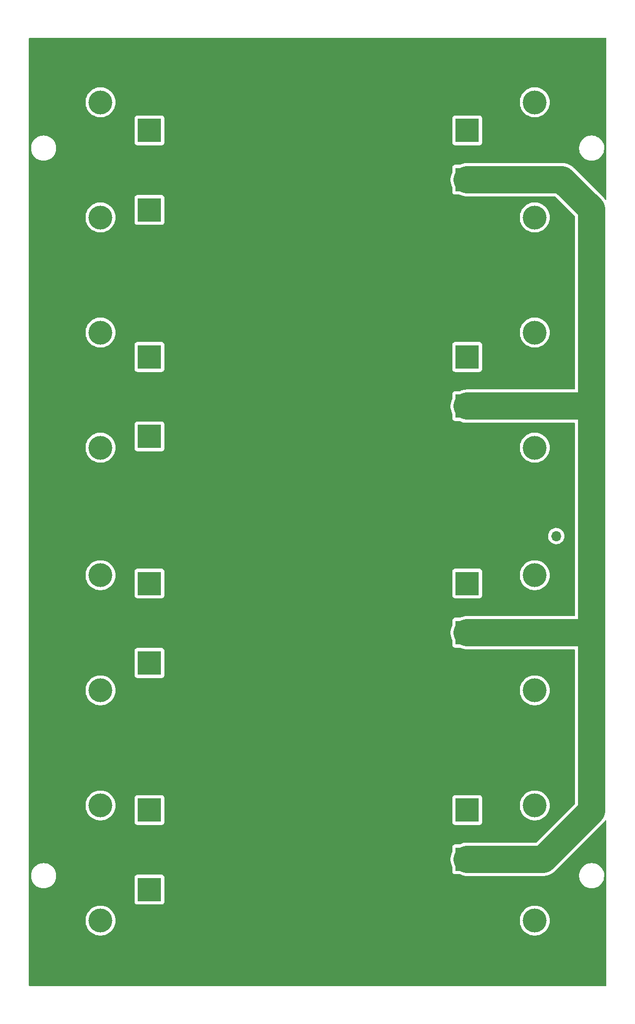
<source format=gbr>
%TF.GenerationSoftware,KiCad,Pcbnew,(6.0.1)*%
%TF.CreationDate,2022-02-05T20:25:37-05:00*%
%TF.ProjectId,battery-board,62617474-6572-4792-9d62-6f6172642e6b,rev?*%
%TF.SameCoordinates,Original*%
%TF.FileFunction,Copper,L2,Bot*%
%TF.FilePolarity,Positive*%
%FSLAX46Y46*%
G04 Gerber Fmt 4.6, Leading zero omitted, Abs format (unit mm)*
G04 Created by KiCad (PCBNEW (6.0.1)) date 2022-02-05 20:25:37*
%MOMM*%
%LPD*%
G01*
G04 APERTURE LIST*
%TA.AperFunction,ComponentPad*%
%ADD10R,4.000000X4.000000*%
%TD*%
%TA.AperFunction,ComponentPad*%
%ADD11R,1.700000X1.700000*%
%TD*%
%TA.AperFunction,ComponentPad*%
%ADD12O,1.700000X1.700000*%
%TD*%
%TA.AperFunction,ComponentPad*%
%ADD13R,3.800000X3.800000*%
%TD*%
%TA.AperFunction,ComponentPad*%
%ADD14C,3.800000*%
%TD*%
%TA.AperFunction,ComponentPad*%
%ADD15C,4.000000*%
%TD*%
%TA.AperFunction,Conductor*%
%ADD16C,4.572000*%
%TD*%
G04 APERTURE END LIST*
D10*
%TO.P,MOD3,1,B+*%
%TO.N,Net-(BH2-Pad8)*%
X20779999Y-16032500D03*
%TO.P,MOD3,2,BM*%
%TO.N,Net-(BH2-Pad1)*%
X74119999Y-16032500D03*
%TO.P,MOD3,3,B-*%
%TO.N,Net-(BH2-Pad2)*%
X20779999Y-29366500D03*
%TO.P,MOD3,4,P-*%
%TO.N,-BATT*%
X74119999Y-29367500D03*
%TO.P,MOD3,5,P+*%
%TO.N,+BATT*%
X74119999Y-24287500D03*
%TD*%
%TO.P,MOD2,1,B+*%
%TO.N,Net-(BH1-Pad6)*%
X20780000Y-129982500D03*
%TO.P,MOD2,2,BM*%
%TO.N,Net-(BH1-Pad3)*%
X74120000Y-129982500D03*
%TO.P,MOD2,3,B-*%
%TO.N,Net-(BH1-Pad4)*%
X20780000Y-143316500D03*
%TO.P,MOD2,4,P-*%
%TO.N,-BATT*%
X74120000Y-143317500D03*
%TO.P,MOD2,5,P+*%
%TO.N,+BATT*%
X74120000Y-138237500D03*
%TD*%
%TO.P,MOD1,1,B+*%
%TO.N,Net-(BH1-Pad8)*%
X20780000Y-91999166D03*
%TO.P,MOD1,2,BM*%
%TO.N,Net-(BH1-Pad1)*%
X74120000Y-91999166D03*
%TO.P,MOD1,3,B-*%
%TO.N,Net-(BH1-Pad2)*%
X20780000Y-105333166D03*
%TO.P,MOD1,4,P-*%
%TO.N,-BATT*%
X74120000Y-105334166D03*
%TO.P,MOD1,5,P+*%
%TO.N,+BATT*%
X74120000Y-100254166D03*
%TD*%
%TO.P,MOD4,1,B+*%
%TO.N,Net-(BH2-Pad6)*%
X20780000Y-54015833D03*
%TO.P,MOD4,2,BM*%
%TO.N,Net-(BH2-Pad3)*%
X74120000Y-54015833D03*
%TO.P,MOD4,3,B-*%
%TO.N,Net-(BH2-Pad4)*%
X20780000Y-67349833D03*
%TO.P,MOD4,4,P-*%
%TO.N,-BATT*%
X74120000Y-67350833D03*
%TO.P,MOD4,5,P+*%
%TO.N,+BATT*%
X74120000Y-62270833D03*
%TD*%
D11*
%TO.P,J2,1,Pin_1*%
%TO.N,-BATT*%
X89050000Y-81500000D03*
D12*
%TO.P,J2,2,Pin_2*%
%TO.N,Net-(BH2-Pad4)*%
X89050000Y-84040000D03*
%TD*%
D13*
%TO.P,J1,1,Pin_1*%
%TO.N,-BATT*%
X90000000Y-77000000D03*
D14*
%TO.P,J1,2,Pin_2*%
%TO.N,+BATT*%
X95000000Y-77000000D03*
%TD*%
D15*
%TO.P,BH2,8,POS1*%
%TO.N,Net-(BH2-Pad8)*%
X12551000Y-11314000D03*
%TO.P,BH2,7,POS2*%
%TO.N,Net-(BH2-Pad1)*%
X12551000Y-30618000D03*
%TO.P,BH2,6,POS3*%
%TO.N,Net-(BH2-Pad6)*%
X12551000Y-49922000D03*
%TO.P,BH2,5,POS4*%
%TO.N,Net-(BH2-Pad3)*%
X12551000Y-69226000D03*
%TO.P,BH2,4,GND4*%
%TO.N,Net-(BH2-Pad4)*%
X85449000Y-69226000D03*
%TO.P,BH2,3,GND3*%
%TO.N,Net-(BH2-Pad3)*%
X85449000Y-49922000D03*
%TO.P,BH2,2,GND2*%
%TO.N,Net-(BH2-Pad2)*%
X85449000Y-30618000D03*
%TO.P,BH2,1,GND1*%
%TO.N,Net-(BH2-Pad1)*%
X85449000Y-11314000D03*
%TD*%
%TO.P,BH1,1,GND1*%
%TO.N,Net-(BH1-Pad1)*%
X85449000Y-90624000D03*
%TO.P,BH1,2,GND2*%
%TO.N,Net-(BH1-Pad2)*%
X85449000Y-109928000D03*
%TO.P,BH1,3,GND3*%
%TO.N,Net-(BH1-Pad3)*%
X85449000Y-129232000D03*
%TO.P,BH1,4,GND4*%
%TO.N,Net-(BH1-Pad4)*%
X85449000Y-148536000D03*
%TO.P,BH1,5,POS4*%
%TO.N,Net-(BH1-Pad3)*%
X12551000Y-148536000D03*
%TO.P,BH1,6,POS3*%
%TO.N,Net-(BH1-Pad6)*%
X12551000Y-129232000D03*
%TO.P,BH1,7,POS2*%
%TO.N,Net-(BH1-Pad1)*%
X12551000Y-109928000D03*
%TO.P,BH1,8,POS1*%
%TO.N,Net-(BH1-Pad8)*%
X12551000Y-90624000D03*
%TD*%
D16*
%TO.N,+BATT*%
X74120000Y-100254166D02*
X94704166Y-100254166D01*
X86862500Y-138237500D02*
X95000000Y-130100000D01*
X95000000Y-130100000D02*
X95000000Y-100550000D01*
X90037500Y-24287500D02*
X95000000Y-29250000D01*
X94829167Y-62270833D02*
X95000000Y-62100000D01*
X74120000Y-138237500D02*
X86862500Y-138237500D01*
X95000000Y-29250000D02*
X95000000Y-62100000D01*
X95000000Y-62100000D02*
X95000000Y-77000000D01*
X95000000Y-100550000D02*
X95000000Y-77000000D01*
X74120000Y-24287500D02*
X90037500Y-24287500D01*
X74120000Y-62270833D02*
X94829167Y-62270833D01*
%TD*%
%TA.AperFunction,Conductor*%
%TO.N,-BATT*%
G36*
X97434121Y-528002D02*
G01*
X97480614Y-581658D01*
X97492000Y-634000D01*
X97492000Y-27536972D01*
X97471998Y-27605093D01*
X97418342Y-27651586D01*
X97348068Y-27661690D01*
X97283488Y-27632196D01*
X97265173Y-27612536D01*
X97251570Y-27594385D01*
X97250268Y-27592616D01*
X97171408Y-27483476D01*
X97169393Y-27480687D01*
X97155461Y-27465267D01*
X97148136Y-27456374D01*
X97140387Y-27446035D01*
X97138184Y-27443095D01*
X97083574Y-27385648D01*
X97081407Y-27383310D01*
X97076088Y-27377423D01*
X97044644Y-27342624D01*
X97005869Y-27303849D01*
X97003643Y-27301566D01*
X96915312Y-27208647D01*
X96915311Y-27208646D01*
X96912768Y-27205971D01*
X96888824Y-27186057D01*
X96880298Y-27178278D01*
X92093189Y-22391169D01*
X92086687Y-22384155D01*
X92053631Y-22345656D01*
X92051232Y-22342862D01*
X91972581Y-22270412D01*
X91968853Y-22266833D01*
X91954112Y-22252092D01*
X91952746Y-22250877D01*
X91952730Y-22250862D01*
X91913758Y-22216200D01*
X91912128Y-22214725D01*
X91813303Y-22123692D01*
X91810597Y-22121199D01*
X91795873Y-22110521D01*
X91786110Y-22102671D01*
X91775276Y-22093035D01*
X91775273Y-22093033D01*
X91772520Y-22090584D01*
X91659331Y-22011475D01*
X91657547Y-22010205D01*
X91545744Y-21929124D01*
X91542540Y-21927330D01*
X91542528Y-21927322D01*
X91529874Y-21920236D01*
X91519258Y-21913577D01*
X91507380Y-21905275D01*
X91507378Y-21905274D01*
X91504355Y-21903161D01*
X91382734Y-21837812D01*
X91380819Y-21836762D01*
X91260290Y-21769263D01*
X91256893Y-21767853D01*
X91256888Y-21767850D01*
X91243487Y-21762286D01*
X91232180Y-21756917D01*
X91216154Y-21748306D01*
X91087669Y-21697565D01*
X91085743Y-21696785D01*
X90958135Y-21643797D01*
X90954599Y-21642793D01*
X90954596Y-21642792D01*
X90940645Y-21638831D01*
X90928780Y-21634815D01*
X90915282Y-21629485D01*
X90915283Y-21629485D01*
X90911856Y-21628132D01*
X90836784Y-21608227D01*
X90778423Y-21592752D01*
X90776303Y-21592171D01*
X90646936Y-21555442D01*
X90646928Y-21555440D01*
X90643405Y-21554440D01*
X90639780Y-21553856D01*
X90639766Y-21553853D01*
X90625444Y-21551546D01*
X90613191Y-21548942D01*
X90599182Y-21545228D01*
X90599181Y-21545228D01*
X90595614Y-21544282D01*
X90591965Y-21543759D01*
X90591958Y-21543758D01*
X90458968Y-21524713D01*
X90456793Y-21524383D01*
X90323786Y-21502959D01*
X90323776Y-21502958D01*
X90320399Y-21502414D01*
X90316980Y-21502241D01*
X90316972Y-21502240D01*
X90301492Y-21501456D01*
X90299647Y-21501363D01*
X90288162Y-21500251D01*
X90283070Y-21499522D01*
X90275404Y-21498424D01*
X90275399Y-21498424D01*
X90271750Y-21497901D01*
X90232717Y-21496913D01*
X90192517Y-21495895D01*
X90189332Y-21495774D01*
X90136153Y-21493080D01*
X90136132Y-21493079D01*
X90134563Y-21493000D01*
X90079742Y-21493000D01*
X90076554Y-21492960D01*
X89948373Y-21489715D01*
X89948367Y-21489715D01*
X89944684Y-21489622D01*
X89941007Y-21489960D01*
X89941003Y-21489960D01*
X89913679Y-21492471D01*
X89902150Y-21493000D01*
X74035998Y-21493000D01*
X73793390Y-21507201D01*
X73789764Y-21507844D01*
X73789761Y-21507844D01*
X73578825Y-21545228D01*
X73471241Y-21564295D01*
X73376689Y-21592752D01*
X73161481Y-21657522D01*
X73161478Y-21657523D01*
X73157953Y-21658584D01*
X73154573Y-21660050D01*
X73154568Y-21660052D01*
X72962248Y-21743476D01*
X72931280Y-21756909D01*
X72904344Y-21768593D01*
X72854203Y-21779000D01*
X72071865Y-21779000D01*
X72009683Y-21785755D01*
X71873294Y-21836885D01*
X71756738Y-21924239D01*
X71669384Y-22040795D01*
X71618254Y-22177184D01*
X71611499Y-22239366D01*
X71611499Y-23026141D01*
X71598407Y-23082067D01*
X71544762Y-23190370D01*
X71544756Y-23190384D01*
X71543123Y-23193681D01*
X71433105Y-23501797D01*
X71432278Y-23505394D01*
X71360611Y-23817055D01*
X71360610Y-23817064D01*
X71359786Y-23820645D01*
X71324168Y-24145869D01*
X71326738Y-24473028D01*
X71367459Y-24797653D01*
X71445778Y-25115310D01*
X71560622Y-25421660D01*
X71562311Y-25424939D01*
X71597515Y-25493292D01*
X71611499Y-25550984D01*
X71611499Y-26335634D01*
X71618254Y-26397816D01*
X71669384Y-26534205D01*
X71756738Y-26650761D01*
X71873294Y-26738115D01*
X72009683Y-26789245D01*
X72071865Y-26796000D01*
X72848676Y-26796000D01*
X72896667Y-26807044D01*
X72897210Y-26805737D01*
X73195964Y-26929791D01*
X73195967Y-26929792D01*
X73199365Y-26931203D01*
X73514095Y-27020560D01*
X73517725Y-27021145D01*
X73517731Y-27021146D01*
X73833710Y-27072040D01*
X73833713Y-27072040D01*
X73837101Y-27072586D01*
X73840525Y-27072759D01*
X73840530Y-27072760D01*
X74021349Y-27081920D01*
X74021366Y-27081920D01*
X74022937Y-27082000D01*
X88827790Y-27082000D01*
X88895911Y-27102002D01*
X88916885Y-27118905D01*
X92168595Y-30370614D01*
X92202621Y-30432926D01*
X92205500Y-30459709D01*
X92205500Y-59350333D01*
X92185498Y-59418454D01*
X92131842Y-59464947D01*
X92079500Y-59476333D01*
X74035998Y-59476333D01*
X73793390Y-59490534D01*
X73789764Y-59491177D01*
X73789761Y-59491177D01*
X73474863Y-59546986D01*
X73471241Y-59547628D01*
X73261565Y-59610733D01*
X73161481Y-59640855D01*
X73161478Y-59640856D01*
X73157953Y-59641917D01*
X73154573Y-59643383D01*
X73154568Y-59643385D01*
X72904344Y-59751926D01*
X72854203Y-59762333D01*
X72071866Y-59762333D01*
X72009684Y-59769088D01*
X71873295Y-59820218D01*
X71756739Y-59907572D01*
X71669385Y-60024128D01*
X71618255Y-60160517D01*
X71611500Y-60222699D01*
X71611500Y-61009472D01*
X71598408Y-61065398D01*
X71544762Y-61173703D01*
X71544756Y-61173717D01*
X71543123Y-61177014D01*
X71433105Y-61485130D01*
X71432278Y-61488727D01*
X71360611Y-61800388D01*
X71360610Y-61800397D01*
X71359786Y-61803978D01*
X71324168Y-62129202D01*
X71326738Y-62456361D01*
X71367459Y-62780986D01*
X71445778Y-63098643D01*
X71560622Y-63404993D01*
X71562311Y-63408272D01*
X71597516Y-63476627D01*
X71611500Y-63534319D01*
X71611500Y-64318967D01*
X71618255Y-64381149D01*
X71669385Y-64517538D01*
X71756739Y-64634094D01*
X71873295Y-64721448D01*
X72009684Y-64772578D01*
X72071866Y-64779333D01*
X72848676Y-64779333D01*
X72896667Y-64790377D01*
X72897210Y-64789070D01*
X73195964Y-64913124D01*
X73195967Y-64913125D01*
X73199365Y-64914536D01*
X73514095Y-65003893D01*
X73517725Y-65004478D01*
X73517731Y-65004479D01*
X73833710Y-65055373D01*
X73833713Y-65055373D01*
X73837101Y-65055919D01*
X73840525Y-65056092D01*
X73840530Y-65056093D01*
X74021349Y-65065253D01*
X74021366Y-65065253D01*
X74022937Y-65065333D01*
X92079500Y-65065333D01*
X92147621Y-65085335D01*
X92194114Y-65138991D01*
X92205500Y-65191333D01*
X92205500Y-97333666D01*
X92185498Y-97401787D01*
X92131842Y-97448280D01*
X92079500Y-97459666D01*
X74035998Y-97459666D01*
X73793390Y-97473867D01*
X73789764Y-97474510D01*
X73789761Y-97474510D01*
X73474863Y-97530319D01*
X73471241Y-97530961D01*
X73261565Y-97594066D01*
X73161481Y-97624188D01*
X73161478Y-97624189D01*
X73157953Y-97625250D01*
X73154573Y-97626716D01*
X73154568Y-97626718D01*
X72904344Y-97735259D01*
X72854203Y-97745666D01*
X72071866Y-97745666D01*
X72009684Y-97752421D01*
X71873295Y-97803551D01*
X71756739Y-97890905D01*
X71669385Y-98007461D01*
X71618255Y-98143850D01*
X71611500Y-98206032D01*
X71611500Y-98992805D01*
X71598408Y-99048731D01*
X71544762Y-99157036D01*
X71544756Y-99157050D01*
X71543123Y-99160347D01*
X71433105Y-99468463D01*
X71432278Y-99472060D01*
X71360611Y-99783721D01*
X71360610Y-99783730D01*
X71359786Y-99787311D01*
X71324168Y-100112535D01*
X71326738Y-100439694D01*
X71367459Y-100764319D01*
X71445778Y-101081976D01*
X71560622Y-101388326D01*
X71562311Y-101391605D01*
X71597516Y-101459960D01*
X71611500Y-101517652D01*
X71611500Y-102302300D01*
X71618255Y-102364482D01*
X71669385Y-102500871D01*
X71756739Y-102617427D01*
X71873295Y-102704781D01*
X72009684Y-102755911D01*
X72071866Y-102762666D01*
X72848676Y-102762666D01*
X72896667Y-102773710D01*
X72897210Y-102772403D01*
X73195964Y-102896457D01*
X73195967Y-102896458D01*
X73199365Y-102897869D01*
X73514095Y-102987226D01*
X73517725Y-102987811D01*
X73517731Y-102987812D01*
X73833710Y-103038706D01*
X73833713Y-103038706D01*
X73837101Y-103039252D01*
X73840525Y-103039425D01*
X73840530Y-103039426D01*
X74021349Y-103048586D01*
X74021366Y-103048586D01*
X74022937Y-103048666D01*
X92079500Y-103048666D01*
X92147621Y-103068668D01*
X92194114Y-103122324D01*
X92205500Y-103174666D01*
X92205500Y-128890290D01*
X92185498Y-128958411D01*
X92168595Y-128979385D01*
X85741885Y-135406095D01*
X85679573Y-135440121D01*
X85652790Y-135443000D01*
X74035998Y-135443000D01*
X73793390Y-135457201D01*
X73789764Y-135457844D01*
X73789761Y-135457844D01*
X73474863Y-135513653D01*
X73471241Y-135514295D01*
X73261565Y-135577400D01*
X73161481Y-135607522D01*
X73161478Y-135607523D01*
X73157953Y-135608584D01*
X73154573Y-135610050D01*
X73154568Y-135610052D01*
X72904344Y-135718593D01*
X72854203Y-135729000D01*
X72071866Y-135729000D01*
X72009684Y-135735755D01*
X71873295Y-135786885D01*
X71756739Y-135874239D01*
X71669385Y-135990795D01*
X71618255Y-136127184D01*
X71611500Y-136189366D01*
X71611500Y-136976139D01*
X71598408Y-137032065D01*
X71544762Y-137140370D01*
X71544756Y-137140384D01*
X71543123Y-137143681D01*
X71433105Y-137451797D01*
X71432278Y-137455394D01*
X71360611Y-137767055D01*
X71360610Y-137767064D01*
X71359786Y-137770645D01*
X71324168Y-138095869D01*
X71326738Y-138423028D01*
X71367459Y-138747653D01*
X71368339Y-138751224D01*
X71368340Y-138751227D01*
X71444566Y-139060393D01*
X71445778Y-139065310D01*
X71447072Y-139068761D01*
X71447072Y-139068762D01*
X71554413Y-139355096D01*
X71560622Y-139371660D01*
X71562311Y-139374939D01*
X71597516Y-139443294D01*
X71611500Y-139500986D01*
X71611500Y-140285634D01*
X71618255Y-140347816D01*
X71669385Y-140484205D01*
X71756739Y-140600761D01*
X71873295Y-140688115D01*
X72009684Y-140739245D01*
X72071866Y-140746000D01*
X72848676Y-140746000D01*
X72896667Y-140757044D01*
X72897210Y-140755737D01*
X73195964Y-140879791D01*
X73195967Y-140879792D01*
X73199365Y-140881203D01*
X73514095Y-140970560D01*
X73517725Y-140971145D01*
X73517731Y-140971146D01*
X73833710Y-141022040D01*
X73833713Y-141022040D01*
X73837101Y-141022586D01*
X73840525Y-141022759D01*
X73840530Y-141022760D01*
X74021349Y-141031920D01*
X74021366Y-141031920D01*
X74022937Y-141032000D01*
X86749831Y-141032000D01*
X86759388Y-141032363D01*
X86813643Y-141036490D01*
X86817324Y-141036339D01*
X86817328Y-141036339D01*
X86920471Y-141032106D01*
X86925637Y-141032000D01*
X86946502Y-141032000D01*
X87000424Y-141028844D01*
X87002612Y-141028735D01*
X87030245Y-141027601D01*
X87136861Y-141023226D01*
X87136863Y-141023226D01*
X87140537Y-141023075D01*
X87144168Y-141022497D01*
X87144175Y-141022496D01*
X87158493Y-141020216D01*
X87170941Y-141018864D01*
X87185431Y-141018015D01*
X87185441Y-141018014D01*
X87189110Y-141017799D01*
X87192721Y-141017159D01*
X87192738Y-141017157D01*
X87325100Y-140993698D01*
X87327245Y-140993336D01*
X87379501Y-140985013D01*
X87460001Y-140972192D01*
X87460007Y-140972191D01*
X87463634Y-140971613D01*
X87475422Y-140968289D01*
X87481144Y-140966675D01*
X87493348Y-140963879D01*
X87500485Y-140962615D01*
X87507626Y-140961349D01*
X87507628Y-140961349D01*
X87511259Y-140960705D01*
X87514792Y-140959642D01*
X87514795Y-140959641D01*
X87643496Y-140920906D01*
X87645608Y-140920291D01*
X87774966Y-140883808D01*
X87774965Y-140883808D01*
X87778519Y-140882806D01*
X87781924Y-140881399D01*
X87781933Y-140881396D01*
X87795343Y-140875856D01*
X87807136Y-140871657D01*
X87817873Y-140868425D01*
X87824547Y-140866416D01*
X87827930Y-140864949D01*
X87827937Y-140864946D01*
X87951182Y-140811485D01*
X87953207Y-140810627D01*
X88077490Y-140759275D01*
X88077503Y-140759269D01*
X88080893Y-140757868D01*
X88096781Y-140749007D01*
X88108005Y-140743460D01*
X88121315Y-140737686D01*
X88121318Y-140737684D01*
X88124694Y-140736220D01*
X88244078Y-140666876D01*
X88245986Y-140665790D01*
X88363410Y-140600299D01*
X88363414Y-140600296D01*
X88366626Y-140598505D01*
X88381384Y-140587842D01*
X88391877Y-140581028D01*
X88404423Y-140573741D01*
X88404429Y-140573737D01*
X88407602Y-140571894D01*
X88518115Y-140489070D01*
X88519884Y-140487768D01*
X88629024Y-140408908D01*
X88631813Y-140406893D01*
X88647233Y-140392961D01*
X88656121Y-140385640D01*
X88669405Y-140375684D01*
X88726852Y-140321074D01*
X88729190Y-140318907D01*
X88748990Y-140301016D01*
X88769876Y-140282144D01*
X88808651Y-140243369D01*
X88810934Y-140241143D01*
X88903853Y-140152812D01*
X88903854Y-140152811D01*
X88906529Y-140150268D01*
X88926443Y-140126324D01*
X88934222Y-140117798D01*
X96896324Y-132155695D01*
X96903338Y-132149193D01*
X96941844Y-132116131D01*
X96944638Y-132113732D01*
X97017100Y-132035068D01*
X97020679Y-132031340D01*
X97035408Y-132016611D01*
X97071326Y-131976226D01*
X97072733Y-131974673D01*
X97166301Y-131873097D01*
X97176980Y-131858372D01*
X97184828Y-131848612D01*
X97194461Y-131837781D01*
X97196917Y-131835020D01*
X97262724Y-131740863D01*
X97318142Y-131696486D01*
X97388755Y-131689115D01*
X97452144Y-131721090D01*
X97488182Y-131782260D01*
X97492000Y-131813043D01*
X97492000Y-159366000D01*
X97471998Y-159434121D01*
X97418342Y-159480614D01*
X97366000Y-159492000D01*
X634000Y-159492000D01*
X565879Y-159471998D01*
X519386Y-159418342D01*
X508000Y-159366000D01*
X508000Y-148536000D01*
X10037540Y-148536000D01*
X10057359Y-148851020D01*
X10116505Y-149161072D01*
X10214044Y-149461266D01*
X10215731Y-149464852D01*
X10215733Y-149464856D01*
X10346750Y-149743283D01*
X10346754Y-149743290D01*
X10348438Y-149746869D01*
X10517568Y-150013375D01*
X10718767Y-150256582D01*
X10948860Y-150472654D01*
X11204221Y-150658184D01*
X11480821Y-150810247D01*
X11484490Y-150811700D01*
X11484495Y-150811702D01*
X11770628Y-150924990D01*
X11774298Y-150926443D01*
X12080025Y-151004940D01*
X12393179Y-151044500D01*
X12708821Y-151044500D01*
X13021975Y-151004940D01*
X13327702Y-150926443D01*
X13331372Y-150924990D01*
X13617505Y-150811702D01*
X13617510Y-150811700D01*
X13621179Y-150810247D01*
X13897779Y-150658184D01*
X14153140Y-150472654D01*
X14383233Y-150256582D01*
X14584432Y-150013375D01*
X14753562Y-149746869D01*
X14755246Y-149743290D01*
X14755250Y-149743283D01*
X14886267Y-149464856D01*
X14886269Y-149464852D01*
X14887956Y-149461266D01*
X14985495Y-149161072D01*
X15044641Y-148851020D01*
X15064460Y-148536000D01*
X82935540Y-148536000D01*
X82955359Y-148851020D01*
X83014505Y-149161072D01*
X83112044Y-149461266D01*
X83113731Y-149464852D01*
X83113733Y-149464856D01*
X83244750Y-149743283D01*
X83244754Y-149743290D01*
X83246438Y-149746869D01*
X83415568Y-150013375D01*
X83616767Y-150256582D01*
X83846860Y-150472654D01*
X84102221Y-150658184D01*
X84378821Y-150810247D01*
X84382490Y-150811700D01*
X84382495Y-150811702D01*
X84668628Y-150924990D01*
X84672298Y-150926443D01*
X84978025Y-151004940D01*
X85291179Y-151044500D01*
X85606821Y-151044500D01*
X85919975Y-151004940D01*
X86225702Y-150926443D01*
X86229372Y-150924990D01*
X86515505Y-150811702D01*
X86515510Y-150811700D01*
X86519179Y-150810247D01*
X86795779Y-150658184D01*
X87051140Y-150472654D01*
X87281233Y-150256582D01*
X87482432Y-150013375D01*
X87651562Y-149746869D01*
X87653246Y-149743290D01*
X87653250Y-149743283D01*
X87784267Y-149464856D01*
X87784269Y-149464852D01*
X87785956Y-149461266D01*
X87883495Y-149161072D01*
X87942641Y-148851020D01*
X87962460Y-148536000D01*
X87942641Y-148220980D01*
X87883495Y-147910928D01*
X87785956Y-147610734D01*
X87784267Y-147607144D01*
X87653250Y-147328717D01*
X87653246Y-147328710D01*
X87651562Y-147325131D01*
X87482432Y-147058625D01*
X87281233Y-146815418D01*
X87051140Y-146599346D01*
X86795779Y-146413816D01*
X86519179Y-146261753D01*
X86515510Y-146260300D01*
X86515505Y-146260298D01*
X86229372Y-146147010D01*
X86229371Y-146147010D01*
X86225702Y-146145557D01*
X85919975Y-146067060D01*
X85606821Y-146027500D01*
X85291179Y-146027500D01*
X84978025Y-146067060D01*
X84672298Y-146145557D01*
X84668629Y-146147010D01*
X84668628Y-146147010D01*
X84382495Y-146260298D01*
X84382490Y-146260300D01*
X84378821Y-146261753D01*
X84102221Y-146413816D01*
X83846860Y-146599346D01*
X83616767Y-146815418D01*
X83415568Y-147058625D01*
X83246438Y-147325131D01*
X83244754Y-147328710D01*
X83244750Y-147328717D01*
X83113733Y-147607144D01*
X83112044Y-147610734D01*
X83014505Y-147910928D01*
X82955359Y-148220980D01*
X82935540Y-148536000D01*
X15064460Y-148536000D01*
X15044641Y-148220980D01*
X14985495Y-147910928D01*
X14887956Y-147610734D01*
X14886267Y-147607144D01*
X14755250Y-147328717D01*
X14755246Y-147328710D01*
X14753562Y-147325131D01*
X14584432Y-147058625D01*
X14383233Y-146815418D01*
X14153140Y-146599346D01*
X13897779Y-146413816D01*
X13621179Y-146261753D01*
X13617510Y-146260300D01*
X13617505Y-146260298D01*
X13331372Y-146147010D01*
X13331371Y-146147010D01*
X13327702Y-146145557D01*
X13021975Y-146067060D01*
X12708821Y-146027500D01*
X12393179Y-146027500D01*
X12080025Y-146067060D01*
X11774298Y-146145557D01*
X11770629Y-146147010D01*
X11770628Y-146147010D01*
X11484495Y-146260298D01*
X11484490Y-146260300D01*
X11480821Y-146261753D01*
X11204221Y-146413816D01*
X10948860Y-146599346D01*
X10718767Y-146815418D01*
X10517568Y-147058625D01*
X10348438Y-147325131D01*
X10346754Y-147328710D01*
X10346750Y-147328717D01*
X10215733Y-147607144D01*
X10214044Y-147610734D01*
X10116505Y-147910928D01*
X10057359Y-148220980D01*
X10037540Y-148536000D01*
X508000Y-148536000D01*
X508000Y-145364634D01*
X18271500Y-145364634D01*
X18278255Y-145426816D01*
X18329385Y-145563205D01*
X18416739Y-145679761D01*
X18533295Y-145767115D01*
X18669684Y-145818245D01*
X18731866Y-145825000D01*
X22828134Y-145825000D01*
X22890316Y-145818245D01*
X23026705Y-145767115D01*
X23143261Y-145679761D01*
X23230615Y-145563205D01*
X23281745Y-145426816D01*
X23288500Y-145364634D01*
X23288500Y-141268366D01*
X23281745Y-141206184D01*
X23254198Y-141132703D01*
X92890743Y-141132703D01*
X92928268Y-141417734D01*
X93004129Y-141695036D01*
X93116923Y-141959476D01*
X93264561Y-142206161D01*
X93444313Y-142430528D01*
X93652851Y-142628423D01*
X93886317Y-142796186D01*
X93890112Y-142798195D01*
X93890113Y-142798196D01*
X93911869Y-142809715D01*
X94140392Y-142930712D01*
X94410373Y-143029511D01*
X94691264Y-143090755D01*
X94719841Y-143093004D01*
X94914282Y-143108307D01*
X94914291Y-143108307D01*
X94916739Y-143108500D01*
X95072271Y-143108500D01*
X95074407Y-143108354D01*
X95074418Y-143108354D01*
X95282548Y-143094165D01*
X95282554Y-143094164D01*
X95286825Y-143093873D01*
X95291020Y-143093004D01*
X95291022Y-143093004D01*
X95427583Y-143064724D01*
X95568342Y-143035574D01*
X95839343Y-142939607D01*
X96094812Y-142807750D01*
X96098313Y-142805289D01*
X96098317Y-142805287D01*
X96212418Y-142725095D01*
X96330023Y-142642441D01*
X96540622Y-142446740D01*
X96722713Y-142224268D01*
X96872927Y-141979142D01*
X96988483Y-141715898D01*
X97067244Y-141439406D01*
X97107751Y-141154784D01*
X97107845Y-141136951D01*
X97109235Y-140871583D01*
X97109235Y-140871576D01*
X97109257Y-140867297D01*
X97102228Y-140813902D01*
X97073587Y-140596355D01*
X97071732Y-140582266D01*
X96995871Y-140304964D01*
X96929887Y-140150268D01*
X96884763Y-140044476D01*
X96884761Y-140044472D01*
X96883077Y-140040524D01*
X96735439Y-139793839D01*
X96555687Y-139569472D01*
X96347149Y-139371577D01*
X96113683Y-139203814D01*
X96091843Y-139192250D01*
X96068654Y-139179972D01*
X95859608Y-139069288D01*
X95589627Y-138970489D01*
X95308736Y-138909245D01*
X95277685Y-138906801D01*
X95085718Y-138891693D01*
X95085709Y-138891693D01*
X95083261Y-138891500D01*
X94927729Y-138891500D01*
X94925593Y-138891646D01*
X94925582Y-138891646D01*
X94717452Y-138905835D01*
X94717446Y-138905836D01*
X94713175Y-138906127D01*
X94708980Y-138906996D01*
X94708978Y-138906996D01*
X94572416Y-138935277D01*
X94431658Y-138964426D01*
X94160657Y-139060393D01*
X93905188Y-139192250D01*
X93901687Y-139194711D01*
X93901683Y-139194713D01*
X93891594Y-139201804D01*
X93669977Y-139357559D01*
X93459378Y-139553260D01*
X93277287Y-139775732D01*
X93127073Y-140020858D01*
X93125347Y-140024791D01*
X93125346Y-140024792D01*
X93013243Y-140280170D01*
X93011517Y-140284102D01*
X93010342Y-140288229D01*
X93010341Y-140288230D01*
X92991260Y-140355215D01*
X92932756Y-140560594D01*
X92907553Y-140737686D01*
X92896706Y-140813902D01*
X92892249Y-140845216D01*
X92892227Y-140849505D01*
X92892226Y-140849512D01*
X92891028Y-141078203D01*
X92890743Y-141132703D01*
X23254198Y-141132703D01*
X23230615Y-141069795D01*
X23143261Y-140953239D01*
X23026705Y-140865885D01*
X22890316Y-140814755D01*
X22828134Y-140808000D01*
X18731866Y-140808000D01*
X18669684Y-140814755D01*
X18533295Y-140865885D01*
X18416739Y-140953239D01*
X18329385Y-141069795D01*
X18278255Y-141206184D01*
X18271500Y-141268366D01*
X18271500Y-145364634D01*
X508000Y-145364634D01*
X508000Y-141132703D01*
X890743Y-141132703D01*
X928268Y-141417734D01*
X1004129Y-141695036D01*
X1116923Y-141959476D01*
X1264561Y-142206161D01*
X1444313Y-142430528D01*
X1652851Y-142628423D01*
X1886317Y-142796186D01*
X1890112Y-142798195D01*
X1890113Y-142798196D01*
X1911869Y-142809715D01*
X2140392Y-142930712D01*
X2410373Y-143029511D01*
X2691264Y-143090755D01*
X2719841Y-143093004D01*
X2914282Y-143108307D01*
X2914291Y-143108307D01*
X2916739Y-143108500D01*
X3072271Y-143108500D01*
X3074407Y-143108354D01*
X3074418Y-143108354D01*
X3282548Y-143094165D01*
X3282554Y-143094164D01*
X3286825Y-143093873D01*
X3291020Y-143093004D01*
X3291022Y-143093004D01*
X3427583Y-143064724D01*
X3568342Y-143035574D01*
X3839343Y-142939607D01*
X4094812Y-142807750D01*
X4098313Y-142805289D01*
X4098317Y-142805287D01*
X4212417Y-142725096D01*
X4330023Y-142642441D01*
X4540622Y-142446740D01*
X4722713Y-142224268D01*
X4872927Y-141979142D01*
X4988483Y-141715898D01*
X5067244Y-141439406D01*
X5107751Y-141154784D01*
X5107845Y-141136951D01*
X5109235Y-140871583D01*
X5109235Y-140871576D01*
X5109257Y-140867297D01*
X5102228Y-140813902D01*
X5073587Y-140596355D01*
X5071732Y-140582266D01*
X4995871Y-140304964D01*
X4929887Y-140150268D01*
X4884763Y-140044476D01*
X4884761Y-140044472D01*
X4883077Y-140040524D01*
X4735439Y-139793839D01*
X4555687Y-139569472D01*
X4347149Y-139371577D01*
X4113683Y-139203814D01*
X4091843Y-139192250D01*
X4068654Y-139179972D01*
X3859608Y-139069288D01*
X3589627Y-138970489D01*
X3308736Y-138909245D01*
X3277685Y-138906801D01*
X3085718Y-138891693D01*
X3085709Y-138891693D01*
X3083261Y-138891500D01*
X2927729Y-138891500D01*
X2925593Y-138891646D01*
X2925582Y-138891646D01*
X2717452Y-138905835D01*
X2717446Y-138905836D01*
X2713175Y-138906127D01*
X2708980Y-138906996D01*
X2708978Y-138906996D01*
X2572416Y-138935277D01*
X2431658Y-138964426D01*
X2160657Y-139060393D01*
X1905188Y-139192250D01*
X1901687Y-139194711D01*
X1901683Y-139194713D01*
X1891594Y-139201804D01*
X1669977Y-139357559D01*
X1459378Y-139553260D01*
X1277287Y-139775732D01*
X1127073Y-140020858D01*
X1125347Y-140024791D01*
X1125346Y-140024792D01*
X1013243Y-140280170D01*
X1011517Y-140284102D01*
X1010342Y-140288229D01*
X1010341Y-140288230D01*
X991260Y-140355215D01*
X932756Y-140560594D01*
X907553Y-140737686D01*
X896706Y-140813902D01*
X892249Y-140845216D01*
X892227Y-140849505D01*
X892226Y-140849512D01*
X891028Y-141078203D01*
X890743Y-141132703D01*
X508000Y-141132703D01*
X508000Y-132030634D01*
X18271500Y-132030634D01*
X18278255Y-132092816D01*
X18329385Y-132229205D01*
X18416739Y-132345761D01*
X18533295Y-132433115D01*
X18669684Y-132484245D01*
X18731866Y-132491000D01*
X22828134Y-132491000D01*
X22890316Y-132484245D01*
X23026705Y-132433115D01*
X23143261Y-132345761D01*
X23230615Y-132229205D01*
X23281745Y-132092816D01*
X23288500Y-132030634D01*
X71611500Y-132030634D01*
X71618255Y-132092816D01*
X71669385Y-132229205D01*
X71756739Y-132345761D01*
X71873295Y-132433115D01*
X72009684Y-132484245D01*
X72071866Y-132491000D01*
X76168134Y-132491000D01*
X76230316Y-132484245D01*
X76366705Y-132433115D01*
X76483261Y-132345761D01*
X76570615Y-132229205D01*
X76621745Y-132092816D01*
X76628500Y-132030634D01*
X76628500Y-129232000D01*
X82935540Y-129232000D01*
X82955359Y-129547020D01*
X83014505Y-129857072D01*
X83112044Y-130157266D01*
X83113731Y-130160852D01*
X83113733Y-130160856D01*
X83244750Y-130439283D01*
X83244754Y-130439290D01*
X83246438Y-130442869D01*
X83415568Y-130709375D01*
X83616767Y-130952582D01*
X83846860Y-131168654D01*
X84102221Y-131354184D01*
X84378821Y-131506247D01*
X84382490Y-131507700D01*
X84382495Y-131507702D01*
X84636435Y-131608244D01*
X84672298Y-131622443D01*
X84978025Y-131700940D01*
X85291179Y-131740500D01*
X85606821Y-131740500D01*
X85919975Y-131700940D01*
X86225702Y-131622443D01*
X86261565Y-131608244D01*
X86515505Y-131507702D01*
X86515510Y-131507700D01*
X86519179Y-131506247D01*
X86795779Y-131354184D01*
X87051140Y-131168654D01*
X87281233Y-130952582D01*
X87482432Y-130709375D01*
X87651562Y-130442869D01*
X87653246Y-130439290D01*
X87653250Y-130439283D01*
X87784267Y-130160856D01*
X87784269Y-130160852D01*
X87785956Y-130157266D01*
X87883495Y-129857072D01*
X87942641Y-129547020D01*
X87962460Y-129232000D01*
X87942641Y-128916980D01*
X87883495Y-128606928D01*
X87785956Y-128306734D01*
X87784267Y-128303144D01*
X87653250Y-128024717D01*
X87653246Y-128024710D01*
X87651562Y-128021131D01*
X87482432Y-127754625D01*
X87281233Y-127511418D01*
X87051140Y-127295346D01*
X86795779Y-127109816D01*
X86519179Y-126957753D01*
X86515510Y-126956300D01*
X86515505Y-126956298D01*
X86229372Y-126843010D01*
X86229371Y-126843010D01*
X86225702Y-126841557D01*
X85919975Y-126763060D01*
X85606821Y-126723500D01*
X85291179Y-126723500D01*
X84978025Y-126763060D01*
X84672298Y-126841557D01*
X84668629Y-126843010D01*
X84668628Y-126843010D01*
X84382495Y-126956298D01*
X84382490Y-126956300D01*
X84378821Y-126957753D01*
X84102221Y-127109816D01*
X83846860Y-127295346D01*
X83616767Y-127511418D01*
X83415568Y-127754625D01*
X83246438Y-128021131D01*
X83244754Y-128024710D01*
X83244750Y-128024717D01*
X83113733Y-128303144D01*
X83112044Y-128306734D01*
X83014505Y-128606928D01*
X82955359Y-128916980D01*
X82935540Y-129232000D01*
X76628500Y-129232000D01*
X76628500Y-127934366D01*
X76621745Y-127872184D01*
X76570615Y-127735795D01*
X76483261Y-127619239D01*
X76366705Y-127531885D01*
X76230316Y-127480755D01*
X76168134Y-127474000D01*
X72071866Y-127474000D01*
X72009684Y-127480755D01*
X71873295Y-127531885D01*
X71756739Y-127619239D01*
X71669385Y-127735795D01*
X71618255Y-127872184D01*
X71611500Y-127934366D01*
X71611500Y-132030634D01*
X23288500Y-132030634D01*
X23288500Y-127934366D01*
X23281745Y-127872184D01*
X23230615Y-127735795D01*
X23143261Y-127619239D01*
X23026705Y-127531885D01*
X22890316Y-127480755D01*
X22828134Y-127474000D01*
X18731866Y-127474000D01*
X18669684Y-127480755D01*
X18533295Y-127531885D01*
X18416739Y-127619239D01*
X18329385Y-127735795D01*
X18278255Y-127872184D01*
X18271500Y-127934366D01*
X18271500Y-132030634D01*
X508000Y-132030634D01*
X508000Y-129232000D01*
X10037540Y-129232000D01*
X10057359Y-129547020D01*
X10116505Y-129857072D01*
X10214044Y-130157266D01*
X10215731Y-130160852D01*
X10215733Y-130160856D01*
X10346750Y-130439283D01*
X10346754Y-130439290D01*
X10348438Y-130442869D01*
X10517568Y-130709375D01*
X10718767Y-130952582D01*
X10948860Y-131168654D01*
X11204221Y-131354184D01*
X11480821Y-131506247D01*
X11484490Y-131507700D01*
X11484495Y-131507702D01*
X11738435Y-131608244D01*
X11774298Y-131622443D01*
X12080025Y-131700940D01*
X12393179Y-131740500D01*
X12708821Y-131740500D01*
X13021975Y-131700940D01*
X13327702Y-131622443D01*
X13363565Y-131608244D01*
X13617505Y-131507702D01*
X13617510Y-131507700D01*
X13621179Y-131506247D01*
X13897779Y-131354184D01*
X14153140Y-131168654D01*
X14383233Y-130952582D01*
X14584432Y-130709375D01*
X14753562Y-130442869D01*
X14755246Y-130439290D01*
X14755250Y-130439283D01*
X14886267Y-130160856D01*
X14886269Y-130160852D01*
X14887956Y-130157266D01*
X14985495Y-129857072D01*
X15044641Y-129547020D01*
X15064460Y-129232000D01*
X15044641Y-128916980D01*
X14985495Y-128606928D01*
X14887956Y-128306734D01*
X14886267Y-128303144D01*
X14755250Y-128024717D01*
X14755246Y-128024710D01*
X14753562Y-128021131D01*
X14584432Y-127754625D01*
X14383233Y-127511418D01*
X14153140Y-127295346D01*
X13897779Y-127109816D01*
X13621179Y-126957753D01*
X13617510Y-126956300D01*
X13617505Y-126956298D01*
X13331372Y-126843010D01*
X13331371Y-126843010D01*
X13327702Y-126841557D01*
X13021975Y-126763060D01*
X12708821Y-126723500D01*
X12393179Y-126723500D01*
X12080025Y-126763060D01*
X11774298Y-126841557D01*
X11770629Y-126843010D01*
X11770628Y-126843010D01*
X11484495Y-126956298D01*
X11484490Y-126956300D01*
X11480821Y-126957753D01*
X11204221Y-127109816D01*
X10948860Y-127295346D01*
X10718767Y-127511418D01*
X10517568Y-127754625D01*
X10348438Y-128021131D01*
X10346754Y-128024710D01*
X10346750Y-128024717D01*
X10215733Y-128303144D01*
X10214044Y-128306734D01*
X10116505Y-128606928D01*
X10057359Y-128916980D01*
X10037540Y-129232000D01*
X508000Y-129232000D01*
X508000Y-109928000D01*
X10037540Y-109928000D01*
X10057359Y-110243020D01*
X10116505Y-110553072D01*
X10214044Y-110853266D01*
X10215731Y-110856852D01*
X10215733Y-110856856D01*
X10346750Y-111135283D01*
X10346754Y-111135290D01*
X10348438Y-111138869D01*
X10517568Y-111405375D01*
X10718767Y-111648582D01*
X10948860Y-111864654D01*
X11204221Y-112050184D01*
X11480821Y-112202247D01*
X11484490Y-112203700D01*
X11484495Y-112203702D01*
X11770628Y-112316990D01*
X11774298Y-112318443D01*
X12080025Y-112396940D01*
X12393179Y-112436500D01*
X12708821Y-112436500D01*
X13021975Y-112396940D01*
X13327702Y-112318443D01*
X13331372Y-112316990D01*
X13617505Y-112203702D01*
X13617510Y-112203700D01*
X13621179Y-112202247D01*
X13897779Y-112050184D01*
X14153140Y-111864654D01*
X14383233Y-111648582D01*
X14584432Y-111405375D01*
X14753562Y-111138869D01*
X14755246Y-111135290D01*
X14755250Y-111135283D01*
X14886267Y-110856856D01*
X14886269Y-110856852D01*
X14887956Y-110853266D01*
X14985495Y-110553072D01*
X15044641Y-110243020D01*
X15064460Y-109928000D01*
X82935540Y-109928000D01*
X82955359Y-110243020D01*
X83014505Y-110553072D01*
X83112044Y-110853266D01*
X83113731Y-110856852D01*
X83113733Y-110856856D01*
X83244750Y-111135283D01*
X83244754Y-111135290D01*
X83246438Y-111138869D01*
X83415568Y-111405375D01*
X83616767Y-111648582D01*
X83846860Y-111864654D01*
X84102221Y-112050184D01*
X84378821Y-112202247D01*
X84382490Y-112203700D01*
X84382495Y-112203702D01*
X84668628Y-112316990D01*
X84672298Y-112318443D01*
X84978025Y-112396940D01*
X85291179Y-112436500D01*
X85606821Y-112436500D01*
X85919975Y-112396940D01*
X86225702Y-112318443D01*
X86229372Y-112316990D01*
X86515505Y-112203702D01*
X86515510Y-112203700D01*
X86519179Y-112202247D01*
X86795779Y-112050184D01*
X87051140Y-111864654D01*
X87281233Y-111648582D01*
X87482432Y-111405375D01*
X87651562Y-111138869D01*
X87653246Y-111135290D01*
X87653250Y-111135283D01*
X87784267Y-110856856D01*
X87784269Y-110856852D01*
X87785956Y-110853266D01*
X87883495Y-110553072D01*
X87942641Y-110243020D01*
X87962460Y-109928000D01*
X87942641Y-109612980D01*
X87883495Y-109302928D01*
X87785956Y-109002734D01*
X87784267Y-108999144D01*
X87653250Y-108720717D01*
X87653246Y-108720710D01*
X87651562Y-108717131D01*
X87482432Y-108450625D01*
X87281233Y-108207418D01*
X87051140Y-107991346D01*
X86795779Y-107805816D01*
X86761432Y-107786933D01*
X86522648Y-107655660D01*
X86522647Y-107655659D01*
X86519179Y-107653753D01*
X86515510Y-107652300D01*
X86515505Y-107652298D01*
X86229372Y-107539010D01*
X86229371Y-107539010D01*
X86225702Y-107537557D01*
X85919975Y-107459060D01*
X85606821Y-107419500D01*
X85291179Y-107419500D01*
X84978025Y-107459060D01*
X84672298Y-107537557D01*
X84668629Y-107539010D01*
X84668628Y-107539010D01*
X84382495Y-107652298D01*
X84382490Y-107652300D01*
X84378821Y-107653753D01*
X84375353Y-107655659D01*
X84375352Y-107655660D01*
X84136569Y-107786933D01*
X84102221Y-107805816D01*
X83846860Y-107991346D01*
X83616767Y-108207418D01*
X83415568Y-108450625D01*
X83246438Y-108717131D01*
X83244754Y-108720710D01*
X83244750Y-108720717D01*
X83113733Y-108999144D01*
X83112044Y-109002734D01*
X83014505Y-109302928D01*
X82955359Y-109612980D01*
X82935540Y-109928000D01*
X15064460Y-109928000D01*
X15044641Y-109612980D01*
X14985495Y-109302928D01*
X14887956Y-109002734D01*
X14886267Y-108999144D01*
X14755250Y-108720717D01*
X14755246Y-108720710D01*
X14753562Y-108717131D01*
X14584432Y-108450625D01*
X14383233Y-108207418D01*
X14153140Y-107991346D01*
X13897779Y-107805816D01*
X13863432Y-107786933D01*
X13624648Y-107655660D01*
X13624647Y-107655659D01*
X13621179Y-107653753D01*
X13617510Y-107652300D01*
X13617505Y-107652298D01*
X13331372Y-107539010D01*
X13331371Y-107539010D01*
X13327702Y-107537557D01*
X13021975Y-107459060D01*
X12708821Y-107419500D01*
X12393179Y-107419500D01*
X12080025Y-107459060D01*
X11774298Y-107537557D01*
X11770629Y-107539010D01*
X11770628Y-107539010D01*
X11484495Y-107652298D01*
X11484490Y-107652300D01*
X11480821Y-107653753D01*
X11477353Y-107655659D01*
X11477352Y-107655660D01*
X11238569Y-107786933D01*
X11204221Y-107805816D01*
X10948860Y-107991346D01*
X10718767Y-108207418D01*
X10517568Y-108450625D01*
X10348438Y-108717131D01*
X10346754Y-108720710D01*
X10346750Y-108720717D01*
X10215733Y-108999144D01*
X10214044Y-109002734D01*
X10116505Y-109302928D01*
X10057359Y-109612980D01*
X10037540Y-109928000D01*
X508000Y-109928000D01*
X508000Y-107381300D01*
X18271500Y-107381300D01*
X18278255Y-107443482D01*
X18329385Y-107579871D01*
X18416739Y-107696427D01*
X18533295Y-107783781D01*
X18669684Y-107834911D01*
X18731866Y-107841666D01*
X22828134Y-107841666D01*
X22890316Y-107834911D01*
X23026705Y-107783781D01*
X23143261Y-107696427D01*
X23230615Y-107579871D01*
X23281745Y-107443482D01*
X23288500Y-107381300D01*
X23288500Y-103285032D01*
X23281745Y-103222850D01*
X23230615Y-103086461D01*
X23143261Y-102969905D01*
X23026705Y-102882551D01*
X22890316Y-102831421D01*
X22828134Y-102824666D01*
X18731866Y-102824666D01*
X18669684Y-102831421D01*
X18533295Y-102882551D01*
X18416739Y-102969905D01*
X18329385Y-103086461D01*
X18278255Y-103222850D01*
X18271500Y-103285032D01*
X18271500Y-107381300D01*
X508000Y-107381300D01*
X508000Y-94047300D01*
X18271500Y-94047300D01*
X18278255Y-94109482D01*
X18329385Y-94245871D01*
X18416739Y-94362427D01*
X18533295Y-94449781D01*
X18669684Y-94500911D01*
X18731866Y-94507666D01*
X22828134Y-94507666D01*
X22890316Y-94500911D01*
X23026705Y-94449781D01*
X23143261Y-94362427D01*
X23230615Y-94245871D01*
X23281745Y-94109482D01*
X23288500Y-94047300D01*
X71611500Y-94047300D01*
X71618255Y-94109482D01*
X71669385Y-94245871D01*
X71756739Y-94362427D01*
X71873295Y-94449781D01*
X72009684Y-94500911D01*
X72071866Y-94507666D01*
X76168134Y-94507666D01*
X76230316Y-94500911D01*
X76366705Y-94449781D01*
X76483261Y-94362427D01*
X76570615Y-94245871D01*
X76621745Y-94109482D01*
X76628500Y-94047300D01*
X76628500Y-90624000D01*
X82935540Y-90624000D01*
X82955359Y-90939020D01*
X83014505Y-91249072D01*
X83112044Y-91549266D01*
X83113731Y-91552852D01*
X83113733Y-91552856D01*
X83244750Y-91831283D01*
X83244754Y-91831290D01*
X83246438Y-91834869D01*
X83415568Y-92101375D01*
X83616767Y-92344582D01*
X83846860Y-92560654D01*
X84102221Y-92746184D01*
X84378821Y-92898247D01*
X84382490Y-92899700D01*
X84382495Y-92899702D01*
X84668628Y-93012990D01*
X84672298Y-93014443D01*
X84978025Y-93092940D01*
X85291179Y-93132500D01*
X85606821Y-93132500D01*
X85919975Y-93092940D01*
X86225702Y-93014443D01*
X86229372Y-93012990D01*
X86515505Y-92899702D01*
X86515510Y-92899700D01*
X86519179Y-92898247D01*
X86795779Y-92746184D01*
X87051140Y-92560654D01*
X87281233Y-92344582D01*
X87482432Y-92101375D01*
X87651562Y-91834869D01*
X87653246Y-91831290D01*
X87653250Y-91831283D01*
X87784267Y-91552856D01*
X87784269Y-91552852D01*
X87785956Y-91549266D01*
X87883495Y-91249072D01*
X87942641Y-90939020D01*
X87962460Y-90624000D01*
X87942641Y-90308980D01*
X87883495Y-89998928D01*
X87785956Y-89698734D01*
X87715286Y-89548551D01*
X87653250Y-89416717D01*
X87653246Y-89416710D01*
X87651562Y-89413131D01*
X87482432Y-89146625D01*
X87281233Y-88903418D01*
X87051140Y-88687346D01*
X86795779Y-88501816D01*
X86519179Y-88349753D01*
X86515510Y-88348300D01*
X86515505Y-88348298D01*
X86229372Y-88235010D01*
X86229371Y-88235010D01*
X86225702Y-88233557D01*
X85919975Y-88155060D01*
X85606821Y-88115500D01*
X85291179Y-88115500D01*
X84978025Y-88155060D01*
X84672298Y-88233557D01*
X84668629Y-88235010D01*
X84668628Y-88235010D01*
X84382495Y-88348298D01*
X84382490Y-88348300D01*
X84378821Y-88349753D01*
X84102221Y-88501816D01*
X83846860Y-88687346D01*
X83616767Y-88903418D01*
X83415568Y-89146625D01*
X83246438Y-89413131D01*
X83244754Y-89416710D01*
X83244750Y-89416717D01*
X83182714Y-89548551D01*
X83112044Y-89698734D01*
X83014505Y-89998928D01*
X82955359Y-90308980D01*
X82935540Y-90624000D01*
X76628500Y-90624000D01*
X76628500Y-89951032D01*
X76621745Y-89888850D01*
X76570615Y-89752461D01*
X76483261Y-89635905D01*
X76366705Y-89548551D01*
X76230316Y-89497421D01*
X76168134Y-89490666D01*
X72071866Y-89490666D01*
X72009684Y-89497421D01*
X71873295Y-89548551D01*
X71756739Y-89635905D01*
X71669385Y-89752461D01*
X71618255Y-89888850D01*
X71611500Y-89951032D01*
X71611500Y-94047300D01*
X23288500Y-94047300D01*
X23288500Y-89951032D01*
X23281745Y-89888850D01*
X23230615Y-89752461D01*
X23143261Y-89635905D01*
X23026705Y-89548551D01*
X22890316Y-89497421D01*
X22828134Y-89490666D01*
X18731866Y-89490666D01*
X18669684Y-89497421D01*
X18533295Y-89548551D01*
X18416739Y-89635905D01*
X18329385Y-89752461D01*
X18278255Y-89888850D01*
X18271500Y-89951032D01*
X18271500Y-94047300D01*
X508000Y-94047300D01*
X508000Y-90624000D01*
X10037540Y-90624000D01*
X10057359Y-90939020D01*
X10116505Y-91249072D01*
X10214044Y-91549266D01*
X10215731Y-91552852D01*
X10215733Y-91552856D01*
X10346750Y-91831283D01*
X10346754Y-91831290D01*
X10348438Y-91834869D01*
X10517568Y-92101375D01*
X10718767Y-92344582D01*
X10948860Y-92560654D01*
X11204221Y-92746184D01*
X11480821Y-92898247D01*
X11484490Y-92899700D01*
X11484495Y-92899702D01*
X11770628Y-93012990D01*
X11774298Y-93014443D01*
X12080025Y-93092940D01*
X12393179Y-93132500D01*
X12708821Y-93132500D01*
X13021975Y-93092940D01*
X13327702Y-93014443D01*
X13331372Y-93012990D01*
X13617505Y-92899702D01*
X13617510Y-92899700D01*
X13621179Y-92898247D01*
X13897779Y-92746184D01*
X14153140Y-92560654D01*
X14383233Y-92344582D01*
X14584432Y-92101375D01*
X14753562Y-91834869D01*
X14755246Y-91831290D01*
X14755250Y-91831283D01*
X14886267Y-91552856D01*
X14886269Y-91552852D01*
X14887956Y-91549266D01*
X14985495Y-91249072D01*
X15044641Y-90939020D01*
X15064460Y-90624000D01*
X15044641Y-90308980D01*
X14985495Y-89998928D01*
X14887956Y-89698734D01*
X14817286Y-89548551D01*
X14755250Y-89416717D01*
X14755246Y-89416710D01*
X14753562Y-89413131D01*
X14584432Y-89146625D01*
X14383233Y-88903418D01*
X14153140Y-88687346D01*
X13897779Y-88501816D01*
X13621179Y-88349753D01*
X13617510Y-88348300D01*
X13617505Y-88348298D01*
X13331372Y-88235010D01*
X13331371Y-88235010D01*
X13327702Y-88233557D01*
X13021975Y-88155060D01*
X12708821Y-88115500D01*
X12393179Y-88115500D01*
X12080025Y-88155060D01*
X11774298Y-88233557D01*
X11770629Y-88235010D01*
X11770628Y-88235010D01*
X11484495Y-88348298D01*
X11484490Y-88348300D01*
X11480821Y-88349753D01*
X11204221Y-88501816D01*
X10948860Y-88687346D01*
X10718767Y-88903418D01*
X10517568Y-89146625D01*
X10348438Y-89413131D01*
X10346754Y-89416710D01*
X10346750Y-89416717D01*
X10284714Y-89548551D01*
X10214044Y-89698734D01*
X10116505Y-89998928D01*
X10057359Y-90308980D01*
X10037540Y-90624000D01*
X508000Y-90624000D01*
X508000Y-84006695D01*
X87687251Y-84006695D01*
X87687548Y-84011848D01*
X87687548Y-84011851D01*
X87693011Y-84106590D01*
X87700110Y-84229715D01*
X87701247Y-84234761D01*
X87701248Y-84234767D01*
X87721119Y-84322939D01*
X87749222Y-84447639D01*
X87833266Y-84654616D01*
X87949987Y-84845088D01*
X88096250Y-85013938D01*
X88268126Y-85156632D01*
X88461000Y-85269338D01*
X88669692Y-85349030D01*
X88674760Y-85350061D01*
X88674763Y-85350062D01*
X88782017Y-85371883D01*
X88888597Y-85393567D01*
X88893772Y-85393757D01*
X88893774Y-85393757D01*
X89106673Y-85401564D01*
X89106677Y-85401564D01*
X89111837Y-85401753D01*
X89116957Y-85401097D01*
X89116959Y-85401097D01*
X89328288Y-85374025D01*
X89328289Y-85374025D01*
X89333416Y-85373368D01*
X89338366Y-85371883D01*
X89542429Y-85310661D01*
X89542434Y-85310659D01*
X89547384Y-85309174D01*
X89747994Y-85210896D01*
X89929860Y-85081173D01*
X90088096Y-84923489D01*
X90147594Y-84840689D01*
X90215435Y-84746277D01*
X90218453Y-84742077D01*
X90317430Y-84541811D01*
X90382370Y-84328069D01*
X90411529Y-84106590D01*
X90413156Y-84040000D01*
X90394852Y-83817361D01*
X90340431Y-83600702D01*
X90251354Y-83395840D01*
X90130014Y-83208277D01*
X89979670Y-83043051D01*
X89975619Y-83039852D01*
X89975615Y-83039848D01*
X89808414Y-82907800D01*
X89808410Y-82907798D01*
X89804359Y-82904598D01*
X89608789Y-82796638D01*
X89603920Y-82794914D01*
X89603916Y-82794912D01*
X89403087Y-82723795D01*
X89403083Y-82723794D01*
X89398212Y-82722069D01*
X89393119Y-82721162D01*
X89393116Y-82721161D01*
X89183373Y-82683800D01*
X89183367Y-82683799D01*
X89178284Y-82682894D01*
X89104452Y-82681992D01*
X88960081Y-82680228D01*
X88960079Y-82680228D01*
X88954911Y-82680165D01*
X88734091Y-82713955D01*
X88521756Y-82783357D01*
X88323607Y-82886507D01*
X88319474Y-82889610D01*
X88319471Y-82889612D01*
X88295247Y-82907800D01*
X88144965Y-83020635D01*
X87990629Y-83182138D01*
X87864743Y-83366680D01*
X87770688Y-83569305D01*
X87710989Y-83784570D01*
X87687251Y-84006695D01*
X508000Y-84006695D01*
X508000Y-69226000D01*
X10037540Y-69226000D01*
X10057359Y-69541020D01*
X10116505Y-69851072D01*
X10214044Y-70151266D01*
X10215731Y-70154852D01*
X10215733Y-70154856D01*
X10346750Y-70433283D01*
X10346754Y-70433290D01*
X10348438Y-70436869D01*
X10517568Y-70703375D01*
X10718767Y-70946582D01*
X10948860Y-71162654D01*
X11204221Y-71348184D01*
X11480821Y-71500247D01*
X11484490Y-71501700D01*
X11484495Y-71501702D01*
X11770628Y-71614990D01*
X11774298Y-71616443D01*
X12080025Y-71694940D01*
X12393179Y-71734500D01*
X12708821Y-71734500D01*
X13021975Y-71694940D01*
X13327702Y-71616443D01*
X13331372Y-71614990D01*
X13617505Y-71501702D01*
X13617510Y-71501700D01*
X13621179Y-71500247D01*
X13897779Y-71348184D01*
X14153140Y-71162654D01*
X14383233Y-70946582D01*
X14584432Y-70703375D01*
X14753562Y-70436869D01*
X14755246Y-70433290D01*
X14755250Y-70433283D01*
X14886267Y-70154856D01*
X14886269Y-70154852D01*
X14887956Y-70151266D01*
X14985495Y-69851072D01*
X15044641Y-69541020D01*
X15053641Y-69397967D01*
X18271500Y-69397967D01*
X18278255Y-69460149D01*
X18329385Y-69596538D01*
X18416739Y-69713094D01*
X18533295Y-69800448D01*
X18669684Y-69851578D01*
X18731866Y-69858333D01*
X22828134Y-69858333D01*
X22890316Y-69851578D01*
X23026705Y-69800448D01*
X23143261Y-69713094D01*
X23230615Y-69596538D01*
X23281745Y-69460149D01*
X23288500Y-69397967D01*
X23288500Y-69226000D01*
X82935540Y-69226000D01*
X82955359Y-69541020D01*
X83014505Y-69851072D01*
X83112044Y-70151266D01*
X83113731Y-70154852D01*
X83113733Y-70154856D01*
X83244750Y-70433283D01*
X83244754Y-70433290D01*
X83246438Y-70436869D01*
X83415568Y-70703375D01*
X83616767Y-70946582D01*
X83846860Y-71162654D01*
X84102221Y-71348184D01*
X84378821Y-71500247D01*
X84382490Y-71501700D01*
X84382495Y-71501702D01*
X84668628Y-71614990D01*
X84672298Y-71616443D01*
X84978025Y-71694940D01*
X85291179Y-71734500D01*
X85606821Y-71734500D01*
X85919975Y-71694940D01*
X86225702Y-71616443D01*
X86229372Y-71614990D01*
X86515505Y-71501702D01*
X86515510Y-71501700D01*
X86519179Y-71500247D01*
X86795779Y-71348184D01*
X87051140Y-71162654D01*
X87281233Y-70946582D01*
X87482432Y-70703375D01*
X87651562Y-70436869D01*
X87653246Y-70433290D01*
X87653250Y-70433283D01*
X87784267Y-70154856D01*
X87784269Y-70154852D01*
X87785956Y-70151266D01*
X87883495Y-69851072D01*
X87942641Y-69541020D01*
X87962460Y-69226000D01*
X87942641Y-68910980D01*
X87883495Y-68600928D01*
X87785956Y-68300734D01*
X87784267Y-68297144D01*
X87653250Y-68018717D01*
X87653246Y-68018710D01*
X87651562Y-68015131D01*
X87482432Y-67748625D01*
X87281233Y-67505418D01*
X87051140Y-67289346D01*
X86795779Y-67103816D01*
X86519179Y-66951753D01*
X86515510Y-66950300D01*
X86515505Y-66950298D01*
X86229372Y-66837010D01*
X86229371Y-66837010D01*
X86225702Y-66835557D01*
X85919975Y-66757060D01*
X85606821Y-66717500D01*
X85291179Y-66717500D01*
X84978025Y-66757060D01*
X84672298Y-66835557D01*
X84668629Y-66837010D01*
X84668628Y-66837010D01*
X84382495Y-66950298D01*
X84382490Y-66950300D01*
X84378821Y-66951753D01*
X84102221Y-67103816D01*
X83846860Y-67289346D01*
X83616767Y-67505418D01*
X83415568Y-67748625D01*
X83246438Y-68015131D01*
X83244754Y-68018710D01*
X83244750Y-68018717D01*
X83113733Y-68297144D01*
X83112044Y-68300734D01*
X83014505Y-68600928D01*
X82955359Y-68910980D01*
X82935540Y-69226000D01*
X23288500Y-69226000D01*
X23288500Y-65301699D01*
X23281745Y-65239517D01*
X23230615Y-65103128D01*
X23143261Y-64986572D01*
X23026705Y-64899218D01*
X22890316Y-64848088D01*
X22828134Y-64841333D01*
X18731866Y-64841333D01*
X18669684Y-64848088D01*
X18533295Y-64899218D01*
X18416739Y-64986572D01*
X18329385Y-65103128D01*
X18278255Y-65239517D01*
X18271500Y-65301699D01*
X18271500Y-69397967D01*
X15053641Y-69397967D01*
X15064460Y-69226000D01*
X15044641Y-68910980D01*
X14985495Y-68600928D01*
X14887956Y-68300734D01*
X14886267Y-68297144D01*
X14755250Y-68018717D01*
X14755246Y-68018710D01*
X14753562Y-68015131D01*
X14584432Y-67748625D01*
X14383233Y-67505418D01*
X14153140Y-67289346D01*
X13897779Y-67103816D01*
X13621179Y-66951753D01*
X13617510Y-66950300D01*
X13617505Y-66950298D01*
X13331372Y-66837010D01*
X13331371Y-66837010D01*
X13327702Y-66835557D01*
X13021975Y-66757060D01*
X12708821Y-66717500D01*
X12393179Y-66717500D01*
X12080025Y-66757060D01*
X11774298Y-66835557D01*
X11770629Y-66837010D01*
X11770628Y-66837010D01*
X11484495Y-66950298D01*
X11484490Y-66950300D01*
X11480821Y-66951753D01*
X11204221Y-67103816D01*
X10948860Y-67289346D01*
X10718767Y-67505418D01*
X10517568Y-67748625D01*
X10348438Y-68015131D01*
X10346754Y-68018710D01*
X10346750Y-68018717D01*
X10215733Y-68297144D01*
X10214044Y-68300734D01*
X10116505Y-68600928D01*
X10057359Y-68910980D01*
X10037540Y-69226000D01*
X508000Y-69226000D01*
X508000Y-56063967D01*
X18271500Y-56063967D01*
X18278255Y-56126149D01*
X18329385Y-56262538D01*
X18416739Y-56379094D01*
X18533295Y-56466448D01*
X18669684Y-56517578D01*
X18731866Y-56524333D01*
X22828134Y-56524333D01*
X22890316Y-56517578D01*
X23026705Y-56466448D01*
X23143261Y-56379094D01*
X23230615Y-56262538D01*
X23281745Y-56126149D01*
X23288500Y-56063967D01*
X71611500Y-56063967D01*
X71618255Y-56126149D01*
X71669385Y-56262538D01*
X71756739Y-56379094D01*
X71873295Y-56466448D01*
X72009684Y-56517578D01*
X72071866Y-56524333D01*
X76168134Y-56524333D01*
X76230316Y-56517578D01*
X76366705Y-56466448D01*
X76483261Y-56379094D01*
X76570615Y-56262538D01*
X76621745Y-56126149D01*
X76628500Y-56063967D01*
X76628500Y-51967699D01*
X76621745Y-51905517D01*
X76570615Y-51769128D01*
X76483261Y-51652572D01*
X76366705Y-51565218D01*
X76230316Y-51514088D01*
X76168134Y-51507333D01*
X72071866Y-51507333D01*
X72009684Y-51514088D01*
X71873295Y-51565218D01*
X71756739Y-51652572D01*
X71669385Y-51769128D01*
X71618255Y-51905517D01*
X71611500Y-51967699D01*
X71611500Y-56063967D01*
X23288500Y-56063967D01*
X23288500Y-51967699D01*
X23281745Y-51905517D01*
X23230615Y-51769128D01*
X23143261Y-51652572D01*
X23026705Y-51565218D01*
X22890316Y-51514088D01*
X22828134Y-51507333D01*
X18731866Y-51507333D01*
X18669684Y-51514088D01*
X18533295Y-51565218D01*
X18416739Y-51652572D01*
X18329385Y-51769128D01*
X18278255Y-51905517D01*
X18271500Y-51967699D01*
X18271500Y-56063967D01*
X508000Y-56063967D01*
X508000Y-49922000D01*
X10037540Y-49922000D01*
X10057359Y-50237020D01*
X10116505Y-50547072D01*
X10214044Y-50847266D01*
X10215731Y-50850852D01*
X10215733Y-50850856D01*
X10346750Y-51129283D01*
X10346754Y-51129290D01*
X10348438Y-51132869D01*
X10517568Y-51399375D01*
X10718767Y-51642582D01*
X10948860Y-51858654D01*
X11204221Y-52044184D01*
X11480821Y-52196247D01*
X11484490Y-52197700D01*
X11484495Y-52197702D01*
X11770628Y-52310990D01*
X11774298Y-52312443D01*
X12080025Y-52390940D01*
X12393179Y-52430500D01*
X12708821Y-52430500D01*
X13021975Y-52390940D01*
X13327702Y-52312443D01*
X13331372Y-52310990D01*
X13617505Y-52197702D01*
X13617510Y-52197700D01*
X13621179Y-52196247D01*
X13897779Y-52044184D01*
X14153140Y-51858654D01*
X14383233Y-51642582D01*
X14584432Y-51399375D01*
X14753562Y-51132869D01*
X14755246Y-51129290D01*
X14755250Y-51129283D01*
X14886267Y-50850856D01*
X14886269Y-50850852D01*
X14887956Y-50847266D01*
X14985495Y-50547072D01*
X15044641Y-50237020D01*
X15064460Y-49922000D01*
X82935540Y-49922000D01*
X82955359Y-50237020D01*
X83014505Y-50547072D01*
X83112044Y-50847266D01*
X83113731Y-50850852D01*
X83113733Y-50850856D01*
X83244750Y-51129283D01*
X83244754Y-51129290D01*
X83246438Y-51132869D01*
X83415568Y-51399375D01*
X83616767Y-51642582D01*
X83846860Y-51858654D01*
X84102221Y-52044184D01*
X84378821Y-52196247D01*
X84382490Y-52197700D01*
X84382495Y-52197702D01*
X84668628Y-52310990D01*
X84672298Y-52312443D01*
X84978025Y-52390940D01*
X85291179Y-52430500D01*
X85606821Y-52430500D01*
X85919975Y-52390940D01*
X86225702Y-52312443D01*
X86229372Y-52310990D01*
X86515505Y-52197702D01*
X86515510Y-52197700D01*
X86519179Y-52196247D01*
X86795779Y-52044184D01*
X87051140Y-51858654D01*
X87281233Y-51642582D01*
X87482432Y-51399375D01*
X87651562Y-51132869D01*
X87653246Y-51129290D01*
X87653250Y-51129283D01*
X87784267Y-50850856D01*
X87784269Y-50850852D01*
X87785956Y-50847266D01*
X87883495Y-50547072D01*
X87942641Y-50237020D01*
X87962460Y-49922000D01*
X87942641Y-49606980D01*
X87883495Y-49296928D01*
X87785956Y-48996734D01*
X87784267Y-48993144D01*
X87653250Y-48714717D01*
X87653246Y-48714710D01*
X87651562Y-48711131D01*
X87482432Y-48444625D01*
X87281233Y-48201418D01*
X87051140Y-47985346D01*
X86795779Y-47799816D01*
X86519179Y-47647753D01*
X86515510Y-47646300D01*
X86515505Y-47646298D01*
X86229372Y-47533010D01*
X86229371Y-47533010D01*
X86225702Y-47531557D01*
X85919975Y-47453060D01*
X85606821Y-47413500D01*
X85291179Y-47413500D01*
X84978025Y-47453060D01*
X84672298Y-47531557D01*
X84668629Y-47533010D01*
X84668628Y-47533010D01*
X84382495Y-47646298D01*
X84382490Y-47646300D01*
X84378821Y-47647753D01*
X84102221Y-47799816D01*
X83846860Y-47985346D01*
X83616767Y-48201418D01*
X83415568Y-48444625D01*
X83246438Y-48711131D01*
X83244754Y-48714710D01*
X83244750Y-48714717D01*
X83113733Y-48993144D01*
X83112044Y-48996734D01*
X83014505Y-49296928D01*
X82955359Y-49606980D01*
X82935540Y-49922000D01*
X15064460Y-49922000D01*
X15044641Y-49606980D01*
X14985495Y-49296928D01*
X14887956Y-48996734D01*
X14886267Y-48993144D01*
X14755250Y-48714717D01*
X14755246Y-48714710D01*
X14753562Y-48711131D01*
X14584432Y-48444625D01*
X14383233Y-48201418D01*
X14153140Y-47985346D01*
X13897779Y-47799816D01*
X13621179Y-47647753D01*
X13617510Y-47646300D01*
X13617505Y-47646298D01*
X13331372Y-47533010D01*
X13331371Y-47533010D01*
X13327702Y-47531557D01*
X13021975Y-47453060D01*
X12708821Y-47413500D01*
X12393179Y-47413500D01*
X12080025Y-47453060D01*
X11774298Y-47531557D01*
X11770629Y-47533010D01*
X11770628Y-47533010D01*
X11484495Y-47646298D01*
X11484490Y-47646300D01*
X11480821Y-47647753D01*
X11204221Y-47799816D01*
X10948860Y-47985346D01*
X10718767Y-48201418D01*
X10517568Y-48444625D01*
X10348438Y-48711131D01*
X10346754Y-48714710D01*
X10346750Y-48714717D01*
X10215733Y-48993144D01*
X10214044Y-48996734D01*
X10116505Y-49296928D01*
X10057359Y-49606980D01*
X10037540Y-49922000D01*
X508000Y-49922000D01*
X508000Y-30618000D01*
X10037540Y-30618000D01*
X10057359Y-30933020D01*
X10116505Y-31243072D01*
X10117732Y-31246848D01*
X10189901Y-31468960D01*
X10214044Y-31543266D01*
X10215731Y-31546852D01*
X10215733Y-31546856D01*
X10346750Y-31825283D01*
X10346754Y-31825290D01*
X10348438Y-31828869D01*
X10517568Y-32095375D01*
X10718767Y-32338582D01*
X10948860Y-32554654D01*
X11204221Y-32740184D01*
X11480821Y-32892247D01*
X11484490Y-32893700D01*
X11484495Y-32893702D01*
X11770628Y-33006990D01*
X11774298Y-33008443D01*
X12080025Y-33086940D01*
X12393179Y-33126500D01*
X12708821Y-33126500D01*
X13021975Y-33086940D01*
X13327702Y-33008443D01*
X13331372Y-33006990D01*
X13617505Y-32893702D01*
X13617510Y-32893700D01*
X13621179Y-32892247D01*
X13897779Y-32740184D01*
X14153140Y-32554654D01*
X14383233Y-32338582D01*
X14584432Y-32095375D01*
X14753562Y-31828869D01*
X14755246Y-31825290D01*
X14755250Y-31825283D01*
X14886267Y-31546856D01*
X14886269Y-31546852D01*
X14887956Y-31543266D01*
X14912100Y-31468960D01*
X14929751Y-31414634D01*
X18271499Y-31414634D01*
X18278254Y-31476816D01*
X18329384Y-31613205D01*
X18416738Y-31729761D01*
X18533294Y-31817115D01*
X18669683Y-31868245D01*
X18731865Y-31875000D01*
X22828133Y-31875000D01*
X22890315Y-31868245D01*
X23026704Y-31817115D01*
X23143260Y-31729761D01*
X23230614Y-31613205D01*
X23281744Y-31476816D01*
X23288499Y-31414634D01*
X23288499Y-30618000D01*
X82935540Y-30618000D01*
X82955359Y-30933020D01*
X83014505Y-31243072D01*
X83015732Y-31246848D01*
X83087901Y-31468960D01*
X83112044Y-31543266D01*
X83113731Y-31546852D01*
X83113733Y-31546856D01*
X83244750Y-31825283D01*
X83244754Y-31825290D01*
X83246438Y-31828869D01*
X83415568Y-32095375D01*
X83616767Y-32338582D01*
X83846860Y-32554654D01*
X84102221Y-32740184D01*
X84378821Y-32892247D01*
X84382490Y-32893700D01*
X84382495Y-32893702D01*
X84668628Y-33006990D01*
X84672298Y-33008443D01*
X84978025Y-33086940D01*
X85291179Y-33126500D01*
X85606821Y-33126500D01*
X85919975Y-33086940D01*
X86225702Y-33008443D01*
X86229372Y-33006990D01*
X86515505Y-32893702D01*
X86515510Y-32893700D01*
X86519179Y-32892247D01*
X86795779Y-32740184D01*
X87051140Y-32554654D01*
X87281233Y-32338582D01*
X87482432Y-32095375D01*
X87651562Y-31828869D01*
X87653246Y-31825290D01*
X87653250Y-31825283D01*
X87784267Y-31546856D01*
X87784269Y-31546852D01*
X87785956Y-31543266D01*
X87810100Y-31468960D01*
X87882268Y-31246848D01*
X87883495Y-31243072D01*
X87942641Y-30933020D01*
X87962460Y-30618000D01*
X87942641Y-30302980D01*
X87883495Y-29992928D01*
X87785956Y-29692734D01*
X87784267Y-29689144D01*
X87653250Y-29410717D01*
X87653246Y-29410710D01*
X87651562Y-29407131D01*
X87482432Y-29140625D01*
X87281233Y-28897418D01*
X87051140Y-28681346D01*
X86795779Y-28495816D01*
X86519179Y-28343753D01*
X86515510Y-28342300D01*
X86515505Y-28342298D01*
X86229372Y-28229010D01*
X86229371Y-28229010D01*
X86225702Y-28227557D01*
X85919975Y-28149060D01*
X85606821Y-28109500D01*
X85291179Y-28109500D01*
X84978025Y-28149060D01*
X84672298Y-28227557D01*
X84668629Y-28229010D01*
X84668628Y-28229010D01*
X84382495Y-28342298D01*
X84382490Y-28342300D01*
X84378821Y-28343753D01*
X84102221Y-28495816D01*
X83846860Y-28681346D01*
X83616767Y-28897418D01*
X83415568Y-29140625D01*
X83246438Y-29407131D01*
X83244754Y-29410710D01*
X83244750Y-29410717D01*
X83113733Y-29689144D01*
X83112044Y-29692734D01*
X83014505Y-29992928D01*
X82955359Y-30302980D01*
X82935540Y-30618000D01*
X23288499Y-30618000D01*
X23288499Y-27318366D01*
X23281744Y-27256184D01*
X23230614Y-27119795D01*
X23143260Y-27003239D01*
X23026704Y-26915885D01*
X22890315Y-26864755D01*
X22828133Y-26858000D01*
X18731865Y-26858000D01*
X18669683Y-26864755D01*
X18533294Y-26915885D01*
X18416738Y-27003239D01*
X18329384Y-27119795D01*
X18278254Y-27256184D01*
X18271499Y-27318366D01*
X18271499Y-31414634D01*
X14929751Y-31414634D01*
X14984268Y-31246848D01*
X14985495Y-31243072D01*
X15044641Y-30933020D01*
X15064460Y-30618000D01*
X15044641Y-30302980D01*
X14985495Y-29992928D01*
X14887956Y-29692734D01*
X14886267Y-29689144D01*
X14755250Y-29410717D01*
X14755246Y-29410710D01*
X14753562Y-29407131D01*
X14584432Y-29140625D01*
X14383233Y-28897418D01*
X14153140Y-28681346D01*
X13897779Y-28495816D01*
X13621179Y-28343753D01*
X13617510Y-28342300D01*
X13617505Y-28342298D01*
X13331372Y-28229010D01*
X13331371Y-28229010D01*
X13327702Y-28227557D01*
X13021975Y-28149060D01*
X12708821Y-28109500D01*
X12393179Y-28109500D01*
X12080025Y-28149060D01*
X11774298Y-28227557D01*
X11770629Y-28229010D01*
X11770628Y-28229010D01*
X11484495Y-28342298D01*
X11484490Y-28342300D01*
X11480821Y-28343753D01*
X11204221Y-28495816D01*
X10948860Y-28681346D01*
X10718767Y-28897418D01*
X10517568Y-29140625D01*
X10348438Y-29407131D01*
X10346754Y-29410710D01*
X10346750Y-29410717D01*
X10215733Y-29689144D01*
X10214044Y-29692734D01*
X10116505Y-29992928D01*
X10057359Y-30302980D01*
X10037540Y-30618000D01*
X508000Y-30618000D01*
X508000Y-19132703D01*
X890743Y-19132703D01*
X928268Y-19417734D01*
X1004129Y-19695036D01*
X1116923Y-19959476D01*
X1264561Y-20206161D01*
X1444313Y-20430528D01*
X1652851Y-20628423D01*
X1886317Y-20796186D01*
X1890112Y-20798195D01*
X1890113Y-20798196D01*
X1911869Y-20809715D01*
X2140392Y-20930712D01*
X2410373Y-21029511D01*
X2691264Y-21090755D01*
X2719841Y-21093004D01*
X2914282Y-21108307D01*
X2914291Y-21108307D01*
X2916739Y-21108500D01*
X3072271Y-21108500D01*
X3074407Y-21108354D01*
X3074418Y-21108354D01*
X3282548Y-21094165D01*
X3282554Y-21094164D01*
X3286825Y-21093873D01*
X3291020Y-21093004D01*
X3291022Y-21093004D01*
X3427584Y-21064723D01*
X3568342Y-21035574D01*
X3839343Y-20939607D01*
X4094812Y-20807750D01*
X4098313Y-20805289D01*
X4098317Y-20805287D01*
X4212418Y-20725095D01*
X4330023Y-20642441D01*
X4540622Y-20446740D01*
X4722713Y-20224268D01*
X4872927Y-19979142D01*
X4988483Y-19715898D01*
X5067244Y-19439406D01*
X5107751Y-19154784D01*
X5107845Y-19136951D01*
X5107867Y-19132703D01*
X92890743Y-19132703D01*
X92928268Y-19417734D01*
X93004129Y-19695036D01*
X93116923Y-19959476D01*
X93264561Y-20206161D01*
X93444313Y-20430528D01*
X93652851Y-20628423D01*
X93886317Y-20796186D01*
X93890112Y-20798195D01*
X93890113Y-20798196D01*
X93911869Y-20809715D01*
X94140392Y-20930712D01*
X94410373Y-21029511D01*
X94691264Y-21090755D01*
X94719841Y-21093004D01*
X94914282Y-21108307D01*
X94914291Y-21108307D01*
X94916739Y-21108500D01*
X95072271Y-21108500D01*
X95074407Y-21108354D01*
X95074418Y-21108354D01*
X95282548Y-21094165D01*
X95282554Y-21094164D01*
X95286825Y-21093873D01*
X95291020Y-21093004D01*
X95291022Y-21093004D01*
X95427583Y-21064724D01*
X95568342Y-21035574D01*
X95839343Y-20939607D01*
X96094812Y-20807750D01*
X96098313Y-20805289D01*
X96098317Y-20805287D01*
X96212418Y-20725095D01*
X96330023Y-20642441D01*
X96540622Y-20446740D01*
X96722713Y-20224268D01*
X96872927Y-19979142D01*
X96988483Y-19715898D01*
X97067244Y-19439406D01*
X97107751Y-19154784D01*
X97107845Y-19136951D01*
X97109235Y-18871583D01*
X97109235Y-18871576D01*
X97109257Y-18867297D01*
X97071732Y-18582266D01*
X96995871Y-18304964D01*
X96923358Y-18134960D01*
X96884763Y-18044476D01*
X96884761Y-18044472D01*
X96883077Y-18040524D01*
X96735439Y-17793839D01*
X96555687Y-17569472D01*
X96347149Y-17371577D01*
X96113683Y-17203814D01*
X96091843Y-17192250D01*
X96068654Y-17179972D01*
X95859608Y-17069288D01*
X95589627Y-16970489D01*
X95308736Y-16909245D01*
X95277685Y-16906801D01*
X95085718Y-16891693D01*
X95085709Y-16891693D01*
X95083261Y-16891500D01*
X94927729Y-16891500D01*
X94925593Y-16891646D01*
X94925582Y-16891646D01*
X94717452Y-16905835D01*
X94717446Y-16905836D01*
X94713175Y-16906127D01*
X94708980Y-16906996D01*
X94708978Y-16906996D01*
X94572417Y-16935276D01*
X94431658Y-16964426D01*
X94160657Y-17060393D01*
X93905188Y-17192250D01*
X93901687Y-17194711D01*
X93901683Y-17194713D01*
X93891594Y-17201804D01*
X93669977Y-17357559D01*
X93459378Y-17553260D01*
X93277287Y-17775732D01*
X93127073Y-18020858D01*
X93011517Y-18284102D01*
X92932756Y-18560594D01*
X92892249Y-18845216D01*
X92892227Y-18849505D01*
X92892226Y-18849512D01*
X92890765Y-19128417D01*
X92890743Y-19132703D01*
X5107867Y-19132703D01*
X5109235Y-18871583D01*
X5109235Y-18871576D01*
X5109257Y-18867297D01*
X5071732Y-18582266D01*
X4995871Y-18304964D01*
X4923358Y-18134960D01*
X4900186Y-18080634D01*
X18271499Y-18080634D01*
X18278254Y-18142816D01*
X18329384Y-18279205D01*
X18416738Y-18395761D01*
X18533294Y-18483115D01*
X18669683Y-18534245D01*
X18731865Y-18541000D01*
X22828133Y-18541000D01*
X22890315Y-18534245D01*
X23026704Y-18483115D01*
X23143260Y-18395761D01*
X23230614Y-18279205D01*
X23281744Y-18142816D01*
X23288499Y-18080634D01*
X71611499Y-18080634D01*
X71618254Y-18142816D01*
X71669384Y-18279205D01*
X71756738Y-18395761D01*
X71873294Y-18483115D01*
X72009683Y-18534245D01*
X72071865Y-18541000D01*
X76168133Y-18541000D01*
X76230315Y-18534245D01*
X76366704Y-18483115D01*
X76483260Y-18395761D01*
X76570614Y-18279205D01*
X76621744Y-18142816D01*
X76628499Y-18080634D01*
X76628499Y-13984366D01*
X76621744Y-13922184D01*
X76570614Y-13785795D01*
X76483260Y-13669239D01*
X76366704Y-13581885D01*
X76230315Y-13530755D01*
X76168133Y-13524000D01*
X72071865Y-13524000D01*
X72009683Y-13530755D01*
X71873294Y-13581885D01*
X71756738Y-13669239D01*
X71669384Y-13785795D01*
X71618254Y-13922184D01*
X71611499Y-13984366D01*
X71611499Y-18080634D01*
X23288499Y-18080634D01*
X23288499Y-13984366D01*
X23281744Y-13922184D01*
X23230614Y-13785795D01*
X23143260Y-13669239D01*
X23026704Y-13581885D01*
X22890315Y-13530755D01*
X22828133Y-13524000D01*
X18731865Y-13524000D01*
X18669683Y-13530755D01*
X18533294Y-13581885D01*
X18416738Y-13669239D01*
X18329384Y-13785795D01*
X18278254Y-13922184D01*
X18271499Y-13984366D01*
X18271499Y-18080634D01*
X4900186Y-18080634D01*
X4884763Y-18044476D01*
X4884761Y-18044472D01*
X4883077Y-18040524D01*
X4735439Y-17793839D01*
X4555687Y-17569472D01*
X4347149Y-17371577D01*
X4113683Y-17203814D01*
X4091843Y-17192250D01*
X4068654Y-17179972D01*
X3859608Y-17069288D01*
X3589627Y-16970489D01*
X3308736Y-16909245D01*
X3277685Y-16906801D01*
X3085718Y-16891693D01*
X3085709Y-16891693D01*
X3083261Y-16891500D01*
X2927729Y-16891500D01*
X2925593Y-16891646D01*
X2925582Y-16891646D01*
X2717452Y-16905835D01*
X2717446Y-16905836D01*
X2713175Y-16906127D01*
X2708980Y-16906996D01*
X2708978Y-16906996D01*
X2572416Y-16935277D01*
X2431658Y-16964426D01*
X2160657Y-17060393D01*
X1905188Y-17192250D01*
X1901687Y-17194711D01*
X1901683Y-17194713D01*
X1891594Y-17201804D01*
X1669977Y-17357559D01*
X1459378Y-17553260D01*
X1277287Y-17775732D01*
X1127073Y-18020858D01*
X1011517Y-18284102D01*
X932756Y-18560594D01*
X892249Y-18845216D01*
X892227Y-18849505D01*
X892226Y-18849512D01*
X890765Y-19128417D01*
X890743Y-19132703D01*
X508000Y-19132703D01*
X508000Y-11314000D01*
X10037540Y-11314000D01*
X10057359Y-11629020D01*
X10116505Y-11939072D01*
X10214044Y-12239266D01*
X10215731Y-12242852D01*
X10215733Y-12242856D01*
X10346750Y-12521283D01*
X10346754Y-12521290D01*
X10348438Y-12524869D01*
X10517568Y-12791375D01*
X10718767Y-13034582D01*
X10948860Y-13250654D01*
X11204221Y-13436184D01*
X11207690Y-13438091D01*
X11207693Y-13438093D01*
X11477352Y-13586340D01*
X11480821Y-13588247D01*
X11484490Y-13589700D01*
X11484495Y-13589702D01*
X11770628Y-13702990D01*
X11774298Y-13704443D01*
X12080025Y-13782940D01*
X12393179Y-13822500D01*
X12708821Y-13822500D01*
X13021975Y-13782940D01*
X13327702Y-13704443D01*
X13331372Y-13702990D01*
X13617505Y-13589702D01*
X13617510Y-13589700D01*
X13621179Y-13588247D01*
X13624648Y-13586340D01*
X13894307Y-13438093D01*
X13894310Y-13438091D01*
X13897779Y-13436184D01*
X14153140Y-13250654D01*
X14383233Y-13034582D01*
X14584432Y-12791375D01*
X14753562Y-12524869D01*
X14755246Y-12521290D01*
X14755250Y-12521283D01*
X14886267Y-12242856D01*
X14886269Y-12242852D01*
X14887956Y-12239266D01*
X14985495Y-11939072D01*
X15044641Y-11629020D01*
X15064460Y-11314000D01*
X82935540Y-11314000D01*
X82955359Y-11629020D01*
X83014505Y-11939072D01*
X83112044Y-12239266D01*
X83113731Y-12242852D01*
X83113733Y-12242856D01*
X83244750Y-12521283D01*
X83244754Y-12521290D01*
X83246438Y-12524869D01*
X83415568Y-12791375D01*
X83616767Y-13034582D01*
X83846860Y-13250654D01*
X84102221Y-13436184D01*
X84105690Y-13438091D01*
X84105693Y-13438093D01*
X84375352Y-13586340D01*
X84378821Y-13588247D01*
X84382490Y-13589700D01*
X84382495Y-13589702D01*
X84668628Y-13702990D01*
X84672298Y-13704443D01*
X84978025Y-13782940D01*
X85291179Y-13822500D01*
X85606821Y-13822500D01*
X85919975Y-13782940D01*
X86225702Y-13704443D01*
X86229372Y-13702990D01*
X86515505Y-13589702D01*
X86515510Y-13589700D01*
X86519179Y-13588247D01*
X86522648Y-13586340D01*
X86792307Y-13438093D01*
X86792310Y-13438091D01*
X86795779Y-13436184D01*
X87051140Y-13250654D01*
X87281233Y-13034582D01*
X87482432Y-12791375D01*
X87651562Y-12524869D01*
X87653246Y-12521290D01*
X87653250Y-12521283D01*
X87784267Y-12242856D01*
X87784269Y-12242852D01*
X87785956Y-12239266D01*
X87883495Y-11939072D01*
X87942641Y-11629020D01*
X87962460Y-11314000D01*
X87942641Y-10998980D01*
X87883495Y-10688928D01*
X87785956Y-10388734D01*
X87784267Y-10385144D01*
X87653250Y-10106717D01*
X87653246Y-10106710D01*
X87651562Y-10103131D01*
X87482432Y-9836625D01*
X87281233Y-9593418D01*
X87051140Y-9377346D01*
X86795779Y-9191816D01*
X86519179Y-9039753D01*
X86515510Y-9038300D01*
X86515505Y-9038298D01*
X86229372Y-8925010D01*
X86229371Y-8925010D01*
X86225702Y-8923557D01*
X85919975Y-8845060D01*
X85606821Y-8805500D01*
X85291179Y-8805500D01*
X84978025Y-8845060D01*
X84672298Y-8923557D01*
X84668629Y-8925010D01*
X84668628Y-8925010D01*
X84382495Y-9038298D01*
X84382490Y-9038300D01*
X84378821Y-9039753D01*
X84102221Y-9191816D01*
X83846860Y-9377346D01*
X83616767Y-9593418D01*
X83415568Y-9836625D01*
X83246438Y-10103131D01*
X83244754Y-10106710D01*
X83244750Y-10106717D01*
X83113733Y-10385144D01*
X83112044Y-10388734D01*
X83014505Y-10688928D01*
X82955359Y-10998980D01*
X82935540Y-11314000D01*
X15064460Y-11314000D01*
X15044641Y-10998980D01*
X14985495Y-10688928D01*
X14887956Y-10388734D01*
X14886267Y-10385144D01*
X14755250Y-10106717D01*
X14755246Y-10106710D01*
X14753562Y-10103131D01*
X14584432Y-9836625D01*
X14383233Y-9593418D01*
X14153140Y-9377346D01*
X13897779Y-9191816D01*
X13621179Y-9039753D01*
X13617510Y-9038300D01*
X13617505Y-9038298D01*
X13331372Y-8925010D01*
X13331371Y-8925010D01*
X13327702Y-8923557D01*
X13021975Y-8845060D01*
X12708821Y-8805500D01*
X12393179Y-8805500D01*
X12080025Y-8845060D01*
X11774298Y-8923557D01*
X11770629Y-8925010D01*
X11770628Y-8925010D01*
X11484495Y-9038298D01*
X11484490Y-9038300D01*
X11480821Y-9039753D01*
X11204221Y-9191816D01*
X10948860Y-9377346D01*
X10718767Y-9593418D01*
X10517568Y-9836625D01*
X10348438Y-10103131D01*
X10346754Y-10106710D01*
X10346750Y-10106717D01*
X10215733Y-10385144D01*
X10214044Y-10388734D01*
X10116505Y-10688928D01*
X10057359Y-10998980D01*
X10037540Y-11314000D01*
X508000Y-11314000D01*
X508000Y-634000D01*
X528002Y-565879D01*
X581658Y-519386D01*
X634000Y-508000D01*
X97366000Y-508000D01*
X97434121Y-528002D01*
G37*
%TD.AperFunction*%
%TD*%
M02*

</source>
